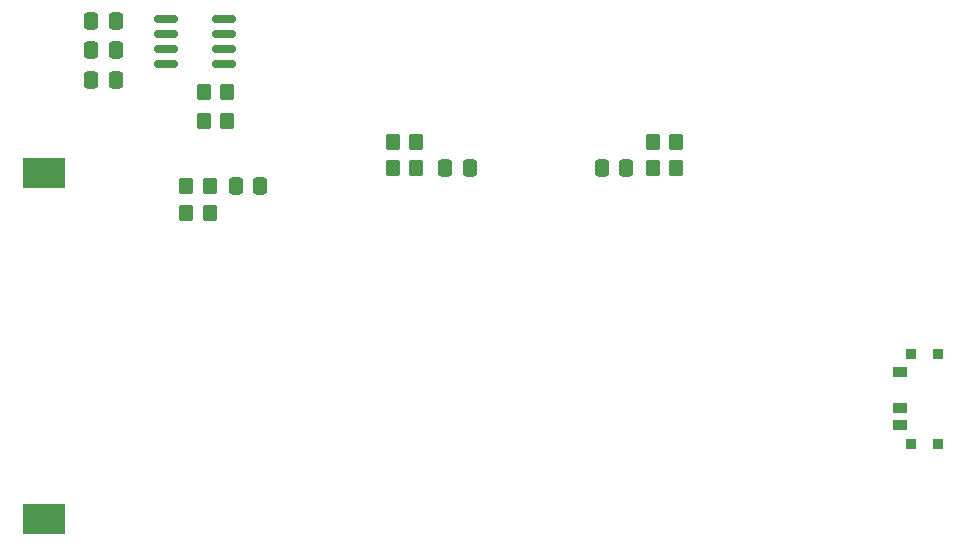
<source format=gbr>
%TF.GenerationSoftware,KiCad,Pcbnew,(6.0.8)*%
%TF.CreationDate,2022-10-23T13:20:46+08:00*%
%TF.ProjectId,LrtraPCB,4c727472-6150-4434-922e-6b696361645f,rev?*%
%TF.SameCoordinates,Original*%
%TF.FileFunction,Paste,Bot*%
%TF.FilePolarity,Positive*%
%FSLAX46Y46*%
G04 Gerber Fmt 4.6, Leading zero omitted, Abs format (unit mm)*
G04 Created by KiCad (PCBNEW (6.0.8)) date 2022-10-23 13:20:46*
%MOMM*%
%LPD*%
G01*
G04 APERTURE LIST*
G04 Aperture macros list*
%AMRoundRect*
0 Rectangle with rounded corners*
0 $1 Rounding radius*
0 $2 $3 $4 $5 $6 $7 $8 $9 X,Y pos of 4 corners*
0 Add a 4 corners polygon primitive as box body*
4,1,4,$2,$3,$4,$5,$6,$7,$8,$9,$2,$3,0*
0 Add four circle primitives for the rounded corners*
1,1,$1+$1,$2,$3*
1,1,$1+$1,$4,$5*
1,1,$1+$1,$6,$7*
1,1,$1+$1,$8,$9*
0 Add four rect primitives between the rounded corners*
20,1,$1+$1,$2,$3,$4,$5,0*
20,1,$1+$1,$4,$5,$6,$7,0*
20,1,$1+$1,$6,$7,$8,$9,0*
20,1,$1+$1,$8,$9,$2,$3,0*%
G04 Aperture macros list end*
%ADD10RoundRect,0.250000X-0.337500X-0.475000X0.337500X-0.475000X0.337500X0.475000X-0.337500X0.475000X0*%
%ADD11RoundRect,0.250000X-0.350000X-0.450000X0.350000X-0.450000X0.350000X0.450000X-0.350000X0.450000X0*%
%ADD12RoundRect,0.250000X0.350000X0.450000X-0.350000X0.450000X-0.350000X-0.450000X0.350000X-0.450000X0*%
%ADD13RoundRect,0.250000X0.337500X0.475000X-0.337500X0.475000X-0.337500X-0.475000X0.337500X-0.475000X0*%
%ADD14R,1.250000X0.900000*%
%ADD15R,0.930000X0.850000*%
%ADD16RoundRect,0.150000X0.825000X0.150000X-0.825000X0.150000X-0.825000X-0.150000X0.825000X-0.150000X0*%
%ADD17R,3.600000X2.600000*%
G04 APERTURE END LIST*
D10*
%TO.C,C4*%
X159712500Y-102500000D03*
X161787500Y-102500000D03*
%TD*%
D11*
%TO.C,R2*%
X126000000Y-98500000D03*
X128000000Y-98500000D03*
%TD*%
D10*
%TO.C,C1*%
X116462500Y-90018375D03*
X118537500Y-90018375D03*
%TD*%
D12*
%TO.C,R5*%
X166000000Y-100250000D03*
X164000000Y-100250000D03*
%TD*%
D13*
%TO.C,C3*%
X130787500Y-104000000D03*
X128712500Y-104000000D03*
%TD*%
D14*
%TO.C,SW1*%
X184925000Y-124250000D03*
X184925000Y-122750000D03*
X184925000Y-119750000D03*
D15*
X185865000Y-118175000D03*
X188135000Y-125825000D03*
X188135000Y-118175000D03*
X185865000Y-125825000D03*
%TD*%
D13*
%TO.C,C6*%
X118537500Y-95000000D03*
X116462500Y-95000000D03*
%TD*%
D16*
%TO.C,U1*%
X127725000Y-89863375D03*
X127725000Y-91133375D03*
X127725000Y-92403375D03*
X127725000Y-93673375D03*
X122775000Y-93673375D03*
X122775000Y-92403375D03*
X122775000Y-91133375D03*
X122775000Y-89863375D03*
%TD*%
D12*
%TO.C,R8*%
X144000000Y-100250000D03*
X142000000Y-100250000D03*
%TD*%
D13*
%TO.C,C5*%
X148537500Y-102500000D03*
X146462500Y-102500000D03*
%TD*%
D11*
%TO.C,R3*%
X124500000Y-106250000D03*
X126500000Y-106250000D03*
%TD*%
D17*
%TO.C,BT1*%
X112500000Y-102850000D03*
X112500000Y-132150000D03*
%TD*%
D11*
%TO.C,R6*%
X164000000Y-102500000D03*
X166000000Y-102500000D03*
%TD*%
%TO.C,R7*%
X142000000Y-102500000D03*
X144000000Y-102500000D03*
%TD*%
D13*
%TO.C,C2*%
X118537500Y-92500000D03*
X116462500Y-92500000D03*
%TD*%
D12*
%TO.C,R4*%
X126500000Y-104000000D03*
X124500000Y-104000000D03*
%TD*%
%TO.C,R1*%
X128000000Y-96000000D03*
X126000000Y-96000000D03*
%TD*%
M02*

</source>
